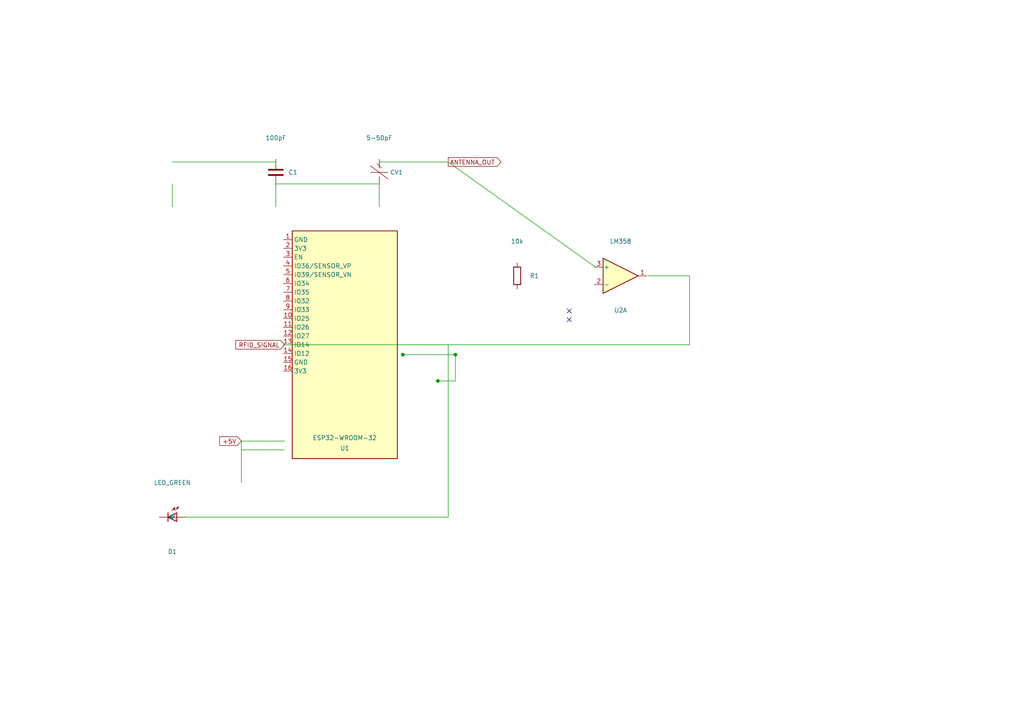
<source format=kicad_sch>
(kicad_sch (version 20230121) (generator eeschema)

  (uuid e63e39d7-6ac0-4ffd-8aa3-1841a4541b55)

  (paper "A4")

  (title_block
    (title "Lector RFID FDX-B para Caravanas")
    (date "2025-08-14")
    (rev "v1.0")
    (company "IoT Cloud Studio")
    (comment 1 "Lector de caravanas de ganado FDX-B 134.2kHz")
    (comment 2 "Basado en ESP32 con amplificador LM358")
    (comment 3 "Alcance: 10-15cm típico")
    (comment 4 "Protocolo ISO 11784/11785")
  )

  

  (sheet_instances
    (path "/" (page "1"))
  )

  (symbol_instances
    (path "/ESP32" (reference "U1") (unit 1) (value "ESP32-WROOM-32") (footprint "RF_Module:ESP32-WROOM-32"))
    (path "/LM358" (reference "U2") (unit 1) (value "LM358") (footprint "Package_SO:SOIC-8_3.9x4.9mm_P1.27mm"))
    (path "/LM1117" (reference "U3") (unit 1) (value "LM1117-3.3") (footprint "Package_TO_SOT_SMD:SOT-223-3_TabPin2"))
    (path "/antenna_L1" (reference "L1") (unit 1) (value "120μH") (footprint "Inductor_SMD:L_1210_3225Metric"))
    (path "/antenna_C1" (reference "C1") (unit 1) (value "100pF") (footprint "Capacitor_SMD:C_0805_2012Metric"))
    (path "/antenna_CV1" (reference "CV1") (unit 1) (value "5-50pF") (footprint "Capacitor_SMD:C_Trim_Murata_TZC3"))
    (path "/amplifier_R1" (reference "R1") (unit 1) (value "10k") (footprint "Resistor_SMD:R_0805_2012Metric"))
    (path "/amplifier_R2" (reference "R2") (unit 1) (value "10k") (footprint "Resistor_SMD:R_0805_2012Metric"))
    (path "/amplifier_R3" (reference "R3") (unit 1) (value "100k") (footprint "Resistor_SMD:R_0805_2012Metric"))
    (path "/amplifier_C2" (reference "C2") (unit 1) (value "100nF") (footprint "Capacitor_SMD:C_0805_2012Metric"))
    (path "/interface_SW1" (reference "SW1") (unit 1) (value "RESET") (footprint "Button_Switch_SMD:SW_SPST_TL3342"))
    (path "/interface_SW2" (reference "SW2") (unit 1) (value "BOOT") (footprint "Button_Switch_SMD:SW_SPST_TL3342"))
    (path "/interface_D1" (reference "D1") (unit 1) (value "LED_GREEN") (footprint "LED_SMD:LED_0805_2012Metric"))
    (path "/interface_D2" (reference "D2") (unit 1) (value "LED_RED") (footprint "LED_SMD:LED_0805_2012Metric"))
    (path "/interface_J1" (reference "J1") (unit 1) (value "USB_Power") (footprint "Connector_USB:USB_Micro-B_Molex-105017-0001"))
  )

  (symbol (lib_id "RF_Module:ESP32-WROOM-32") (at 100 100 0) (unit 1)
    (in_bom yes) (on_board yes) (dnp no)
    (uuid "30c6927d-8e94-4963-a195-9a23d1d54001")
    (property "Reference" "U1" (at 100 130 0)
      (effects (font (size 1.27 1.27)))
    )
    (property "Value" "ESP32-WROOM-32" (at 100 127 0)
      (effects (font (size 1.27 1.27)))
    )
    (property "Footprint" "RF_Module:ESP32-WROOM-32" (at 100 100 0)
      (effects (font (size 1.27 1.27)) hide)
    )
    (property "Datasheet" "https://www.espressif.com/sites/default/files/documentation/esp32-wroom-32_datasheet_en.pdf" (at 100 100 0)
      (effects (font (size 1.27 1.27)) hide)
    )
    (pin "1" (uuid "30c6927d-8e94-4963-a195-9a23d1d54002"))
    (pin "2" (uuid "30c6927d-8e94-4963-a195-9a23d1d54003"))
    (pin "3" (uuid "30c6927d-8e94-4963-a195-9a23d1d54004"))
  )

  (symbol (lib_id "Amplifier_Operational:LM358") (at 180 80 0) (unit 1)
    (in_bom yes) (on_board yes) (dnp no)
    (uuid "30c6927d-8e94-4963-a195-9a23d1d54005")
    (property "Reference" "U2" (at 180 90 0)
      (effects (font (size 1.27 1.27)))
    )
    (property "Value" "LM358" (at 180 70 0)
      (effects (font (size 1.27 1.27)))
    )
    (property "Footprint" "Package_SO:SOIC-8_3.9x4.9mm_P1.27mm" (at 180 80 0)
      (effects (font (size 1.27 1.27)) hide)
    )
    (property "Datasheet" "http://www.ti.com/lit/ds/symlink/lm358.pdf" (at 180 80 0)
      (effects (font (size 1.27 1.27)) hide)
    )
    (pin "1" (uuid "30c6927d-8e94-4963-a195-9a23d1d54006"))
    (pin "2" (uuid "30c6927d-8e94-4963-a195-9a23d1d54007"))
    (pin "3" (uuid "30c6927d-8e94-4963-a195-9a23d1d54008"))
  )

  (symbol (lib_id "Device:L_Small") (at 50 50 0) (unit 1)
    (in_bom yes) (on_board yes) (dnp no)
    (uuid "30c6927d-8e94-4963-a195-9a23d1d54009")
    (property "Reference" "L1" (at 50 60 0)
      (effects (font (size 1.27 1.27)))
    )
    (property "Value" "120μH" (at 50 40 0)
      (effects (font (size 1.27 1.27)))
    )
    (property "Footprint" "Inductor_SMD:L_1210_3225Metric" (at 50 50 0)
      (effects (font (size 1.27 1.27)) hide)
    )
    (property "Datasheet" "~" (at 50 50 0)
      (effects (font (size 1.27 1.27)) hide)
    )
    (pin "1" (uuid "30c6927d-8e94-4963-a195-9a23d1d54010"))
    (pin "2" (uuid "30c6927d-8e94-4963-a195-9a23d1d54011"))
  )

  (symbol (lib_id "Device:C") (at 80 50 0) (unit 1)
    (in_bom yes) (on_board yes) (dnp no)
    (uuid "30c6927d-8e94-4963-a195-9a23d1d54012")
    (property "Reference" "C1" (at 85 50 0)
      (effects (font (size 1.27 1.27)))
    )
    (property "Value" "100pF" (at 80 40 0)
      (effects (font (size 1.27 1.27)))
    )
    (property "Footprint" "Capacitor_SMD:C_0805_2012Metric" (at 80 50 0)
      (effects (font (size 1.27 1.27)) hide)
    )
    (property "Datasheet" "~" (at 80 50 0)
      (effects (font (size 1.27 1.27)) hide)
    )
    (pin "1" (uuid "30c6927d-8e94-4963-a195-9a23d1d54013"))
    (pin "2" (uuid "30c6927d-8e94-4963-a195-9a23d1d54014"))
  )

  (symbol (lib_id "Device:C_Variable") (at 110 50 0) (unit 1)
    (in_bom yes) (on_board yes) (dnp no)
    (uuid "30c6927d-8e94-4963-a195-9a23d1d54015")
    (property "Reference" "CV1" (at 115 50 0)
      (effects (font (size 1.27 1.27)))
    )
    (property "Value" "5-50pF" (at 110 40 0)
      (effects (font (size 1.27 1.27)))
    )
    (property "Footprint" "Capacitor_SMD:C_Trim_Murata_TZC3" (at 110 50 0)
      (effects (font (size 1.27 1.27)) hide)
    )
    (property "Datasheet" "~" (at 110 50 0)
      (effects (font (size 1.27 1.27)) hide)
    )
    (pin "1" (uuid "30c6927d-8e94-4963-a195-9a23d1d54016"))
    (pin "2" (uuid "30c6927d-8e94-4963-a195-9a23d1d54017"))
  )

  (symbol (lib_id "Device:R") (at 150 80 0) (unit 1)
    (in_bom yes) (on_board yes) (dnp no)
    (uuid "30c6927d-8e94-4963-a195-9a23d1d54018")
    (property "Reference" "R1" (at 155 80 0)
      (effects (font (size 1.27 1.27)))
    )
    (property "Value" "10k" (at 150 70 0)
      (effects (font (size 1.27 1.27)))
    )
    (property "Footprint" "Resistor_SMD:R_0805_2012Metric" (at 150 80 0)
      (effects (font (size 1.27 1.27)) hide)
    )
    (property "Datasheet" "~" (at 150 80 0)
      (effects (font (size 1.27 1.27)) hide)
    )
    (pin "1" (uuid "30c6927d-8e94-4963-a195-9a23d1d54019"))
    (pin "2" (uuid "30c6927d-8e94-4963-a195-9a23d1d54020"))
  )

  (symbol (lib_id "Device:LED") (at 50 150 0) (unit 1)
    (in_bom yes) (on_board yes) (dnp no)
    (uuid "30c6927d-8e94-4963-a195-9a23d1d54021")
    (property "Reference" "D1" (at 50 160 0)
      (effects (font (size 1.27 1.27)))
    )
    (property "Value" "LED_GREEN" (at 50 140 0)
      (effects (font (size 1.27 1.27)))
    )
    (property "Footprint" "LED_SMD:LED_0805_2012Metric" (at 50 150 0)
      (effects (font (size 1.27 1.27)) hide)
    )
    (property "Datasheet" "~" (at 50 150 0)
      (effects (font (size 1.27 1.27)) hide)
    )
    (pin "1" (uuid "30c6927d-8e94-4963-a195-9a23d1d54022"))
    (pin "2" (uuid "30c6927d-8e94-4963-a195-9a23d1d54023"))
  )

  (no_connect (at 165.1 90.17))
  (no_connect (at 165.1 92.71))
  
  (junction (at 116.84 102.87))
  (junction (at 127 110.49))
  (junction (at 132.08 102.87))

  (wire (pts (xy 116.84 102.87) (xy 132.08 102.87)))
  (wire (pts (xy 132.08 102.87) (xy 132.08 110.49)))
  (wire (pts (xy 132.08 110.49) (xy 127 110.49)))

  (wire (pts (xy 50 46.99) (xy 80 46.99)))
  (wire (pts (xy 80 53.34) (xy 110 53.34)))
  (wire (pts (xy 110 46.99) (xy 130 46.99)))
  
  (wire (pts (xy 130 46.99) (xy 172.72 77.47)))
  (wire (pts (xy 187.96 80.01) (xy 200 80.01)))
  (wire (pts (xy 200 80.01) (xy 200 100)))
  (wire (pts (xy 200 100) (xy 82.55 100)))
  
  (wire (pts (xy 82.55 127.94) (xy 70 127.94)))
  (wire (pts (xy 70 127.94) (xy 70 140)))
  (wire (pts (xy 82.55 130.48) (xy 70 130.48)))
  
  (wire (pts (xy 117.475 100) (xy 130 100)))
  (wire (pts (xy 130 100) (xy 130 150)))
  (wire (pts (xy 130 150) (xy 53.34 150)))
  
  (wire (pts (xy 80 53.34) (xy 80 60)))
  (wire (pts (xy 110 53.34) (xy 110 60)))
  (wire (pts (xy 50 53.34) (xy 50 60)))

  (global_label "ANTENNA_OUT" (shape output) (at 130 46.99 0)
    (effects (font (size 1.27 1.27)) (justify left))
    (uuid "30c6927d-8e94-4963-a195-9a23d1d54030")
  )
  
  (global_label "RFID_SIGNAL" (shape input) (at 82.55 100 180)
    (effects (font (size 1.27 1.27)) (justify right))
    (uuid "30c6927d-8e94-4963-a195-9a23d1d54031")
  )
  
  (global_label "+5V" (shape input) (at 70 127.94 180)
    (effects (font (size 1.27 1.27)) (justify right))
    (uuid "30c6927d-8e94-4963-a195-9a23d1d54032")
  )

  (symbol (lib_id "power:GND") (at 80 60 0) (unit 1)
    (in_bom yes) (on_board yes) (dnp no)
    (uuid "30c6927d-8e94-4963-a195-9a23d1d54040")
    (property "Reference" "#PWR01" (at 80 66.04 0)
      (effects (font (size 1.27 1.27)) hide)
    )
    (property "Value" "GND" (at 80 64.135 0)
      (effects (font (size 1.27 1.27)))
    )
    (property "Footprint" "" (at 80 60 0)
      (effects (font (size 1.27 1.27)) hide)
    )
    (property "Datasheet" "" (at 80 60 0)
      (effects (font (size 1.27 1.27)) hide)
    )
  )
  
  (symbol (lib_id "power:+3V3") (at 70 130.48 0) (unit 1)
    (in_bom yes) (on_board yes) (dnp no)
    (uuid "30c6927d-8e94-4963-a195-9a23d1d54041")
    (property "Reference" "#PWR02" (at 70 134.62 0)
      (effects (font (size 1.27 1.27)) hide)
    )
    (property "Value" "+3V3" (at 70 126.619 0)
      (effects (font (size 1.27 1.27)))
    )
    (property "Footprint" "" (at 70 130.48 0)
      (effects (font (size 1.27 1.27)) hide)
    )
    (property "Datasheet" "" (at 70 130.48 0)
      (effects (font (size 1.27 1.27)) hide)
    )
  )
  )

  (global_label "GND" (shape input) (at 116.84 102.87 180)
    (effects (font (size 1.27 1.27)) (justify right))
    (uuid 30c6927d-8e94-4963-a195-9a23d1d54321)
  )

  (global_label "+3V3" (shape input) (at 127 110.49 180)
    (effects (font (size 1.27 1.27)) (justify right))
    (uuid 30c6927d-8e94-4963-a195-9a23d1d54322)
  )
  
  (text "Circuito de Antena RFID 134.2kHz" (at 30 30 0)
    (effects (font (size 2 2) (thickness 0.3)) (justify left bottom))
    (uuid d5c6927d-8e94-4963-a195-9a23d1d54323)
  )

  (text "L1 + C1 + CV1 forman el circuito resonante\na 134.2kHz para recepción RFID FDX-B" (at 30 65 0)
    (effects (font (size 1 1)) (justify left bottom))
    (uuid d5c6927d-8e94-4963-a195-9a23d1d54350)
  )

  (text "Circuito Amplificador LM358" (at 150 60 0)
    (effects (font (size 2 2) (thickness 0.3)) (justify left bottom))
    (uuid d5c6927d-8e94-4963-a195-9a23d1d54324)
  )

  (text "Amplifica la señal de 134.2kHz\nrecibida de la antena" (at 150 95 0)
    (effects (font (size 1 1)) (justify left bottom))
    (uuid d5c6927d-8e94-4963-a195-9a23d1d54351)
  )

  (text "Microcontrolador ESP32-WROOM-32" (at 60 75 0)
    (effects (font (size 2 2) (thickness 0.3)) (justify left bottom))
    (uuid d5c6927d-8e94-4963-a195-9a23d1d54325)
  )

  (text "Procesa señal RFID y\ncomunica vía WiFi/Bluetooth" (at 60 135 0)
    (effects (font (size 1 1)) (justify left bottom))
    (uuid d5c6927d-8e94-4963-a195-9a23d1d54352)
  )

  (text "LED de Estado" (at 30 130 0)
    (effects (font (size 2 2) (thickness 0.3)) (justify left bottom))
    (uuid d5c6927d-8e94-4963-a195-9a23d1d54353)
  )

  (text "NOTAS TÉCNICAS:" (at 220 30 0)
    (effects (font (size 1.5 1.5) (thickness 0.3)) (justify left bottom))
    (uuid d5c6927d-8e94-4963-a195-9a23d1d54354)
  )

  (text "• Frecuencia: 134.2kHz ±7kHz" (at 220 40 0)
    (effects (font (size 1 1)) (justify left bottom))
    (uuid d5c6927d-8e94-4963-a195-9a23d1d54355)
  )

  (text "• Protocolo: ISO 11784/11785" (at 220 50 0)
    (effects (font (size 1 1)) (justify left bottom))
    (uuid d5c6927d-8e94-4963-a195-9a23d1d54356)
  )

  (text "• Alcance típico: 10-15cm" (at 220 60 0)
    (effects (font (size 1 1)) (justify left bottom))
    (uuid d5c6927d-8e94-4963-a195-9a23d1d54357)
  )

  (text "• Codificación: FDX-B" (at 220 70 0)
    (effects (font (size 1 1)) (justify left bottom))
    (uuid d5c6927d-8e94-4963-a195-9a23d1d54358)
  )

  (text "• Tensión: 3.3V/5V" (at 220 80 0)
    (effects (font (size 1 1)) (justify left bottom))
    (uuid d5c6927d-8e94-4963-a195-9a23d1d54359)
  )

  (wire (pts (xy 180.34 50.8) (xy 190.5 50.8)))
  (wire (pts (xy 190.5 50.8) (xy 190.5 58.42)))
  (wire (pts (xy 180.34 58.42) (xy 190.5 58.42)))
  
  (label "ANTENNA" (at 185.42 50.8 0)
    (effects (font (size 1.27 1.27)) (justify left bottom))
  )

  (wire (pts (xy 46.99 150) (xy 46.99 160)))
  (wire (pts (xy 46.99 160) (xy 80 160)))
  
  (global_label "LED_CTRL" (shape input) (at 46.99 150 180)
    (effects (font (size 1.27 1.27)) (justify right))
    (uuid "30c6927d-8e94-4963-a195-9a23d1d54360")
  )

  (symbol (lib_id "power:GND") (at 110 60 0) (unit 1)
    (in_bom yes) (on_board yes)
    (uuid "30c6927d-8e94-4963-a195-9a23d1d54361")
    (property "Reference" "#PWR03" (at 110 66.04 0)
      (effects (font (size 1.27 1.27)) hide)
    )
    (property "Value" "GND" (at 110 64.135 0)
      (effects (font (size 1.27 1.27)))
    )
  )

  (polyline
    (pts
      (xy 20 20)
      (xy 280 20)
      (xy 280 180)
      (xy 20 180)
      (xy 20 20)
    )
    (stroke (width 0.1524) (type default))
    (fill (type none))
    (uuid "30c6927d-8e94-4963-a195-9a23d1d54362")
  )
)

</source>
